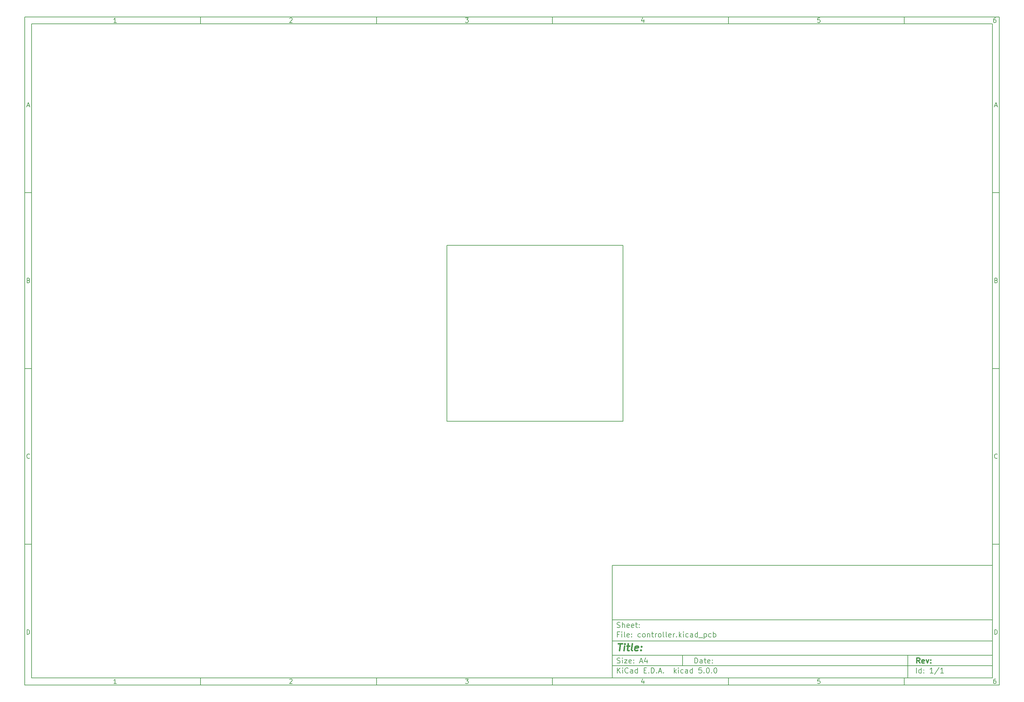
<source format=gm1>
G04 #@! TF.GenerationSoftware,KiCad,Pcbnew,5.0.0*
G04 #@! TF.CreationDate,2018-10-21T13:39:11+10:00*
G04 #@! TF.ProjectId,controller,636F6E74726F6C6C65722E6B69636164,rev?*
G04 #@! TF.SameCoordinates,Original*
G04 #@! TF.FileFunction,Profile,NP*
%FSLAX46Y46*%
G04 Gerber Fmt 4.6, Leading zero omitted, Abs format (unit mm)*
G04 Created by KiCad (PCBNEW 5.0.0) date Sun Oct 21 13:39:11 2018*
%MOMM*%
%LPD*%
G01*
G04 APERTURE LIST*
%ADD10C,0.100000*%
%ADD11C,0.150000*%
%ADD12C,0.300000*%
%ADD13C,0.400000*%
G04 APERTURE END LIST*
D10*
D11*
X177002200Y-166007200D02*
X177002200Y-198007200D01*
X285002200Y-198007200D01*
X285002200Y-166007200D01*
X177002200Y-166007200D01*
D10*
D11*
X10000000Y-10000000D02*
X10000000Y-200007200D01*
X287002200Y-200007200D01*
X287002200Y-10000000D01*
X10000000Y-10000000D01*
D10*
D11*
X12000000Y-12000000D02*
X12000000Y-198007200D01*
X285002200Y-198007200D01*
X285002200Y-12000000D01*
X12000000Y-12000000D01*
D10*
D11*
X60000000Y-12000000D02*
X60000000Y-10000000D01*
D10*
D11*
X110000000Y-12000000D02*
X110000000Y-10000000D01*
D10*
D11*
X160000000Y-12000000D02*
X160000000Y-10000000D01*
D10*
D11*
X210000000Y-12000000D02*
X210000000Y-10000000D01*
D10*
D11*
X260000000Y-12000000D02*
X260000000Y-10000000D01*
D10*
D11*
X36065476Y-11588095D02*
X35322619Y-11588095D01*
X35694047Y-11588095D02*
X35694047Y-10288095D01*
X35570238Y-10473809D01*
X35446428Y-10597619D01*
X35322619Y-10659523D01*
D10*
D11*
X85322619Y-10411904D02*
X85384523Y-10350000D01*
X85508333Y-10288095D01*
X85817857Y-10288095D01*
X85941666Y-10350000D01*
X86003571Y-10411904D01*
X86065476Y-10535714D01*
X86065476Y-10659523D01*
X86003571Y-10845238D01*
X85260714Y-11588095D01*
X86065476Y-11588095D01*
D10*
D11*
X135260714Y-10288095D02*
X136065476Y-10288095D01*
X135632142Y-10783333D01*
X135817857Y-10783333D01*
X135941666Y-10845238D01*
X136003571Y-10907142D01*
X136065476Y-11030952D01*
X136065476Y-11340476D01*
X136003571Y-11464285D01*
X135941666Y-11526190D01*
X135817857Y-11588095D01*
X135446428Y-11588095D01*
X135322619Y-11526190D01*
X135260714Y-11464285D01*
D10*
D11*
X185941666Y-10721428D02*
X185941666Y-11588095D01*
X185632142Y-10226190D02*
X185322619Y-11154761D01*
X186127380Y-11154761D01*
D10*
D11*
X236003571Y-10288095D02*
X235384523Y-10288095D01*
X235322619Y-10907142D01*
X235384523Y-10845238D01*
X235508333Y-10783333D01*
X235817857Y-10783333D01*
X235941666Y-10845238D01*
X236003571Y-10907142D01*
X236065476Y-11030952D01*
X236065476Y-11340476D01*
X236003571Y-11464285D01*
X235941666Y-11526190D01*
X235817857Y-11588095D01*
X235508333Y-11588095D01*
X235384523Y-11526190D01*
X235322619Y-11464285D01*
D10*
D11*
X285941666Y-10288095D02*
X285694047Y-10288095D01*
X285570238Y-10350000D01*
X285508333Y-10411904D01*
X285384523Y-10597619D01*
X285322619Y-10845238D01*
X285322619Y-11340476D01*
X285384523Y-11464285D01*
X285446428Y-11526190D01*
X285570238Y-11588095D01*
X285817857Y-11588095D01*
X285941666Y-11526190D01*
X286003571Y-11464285D01*
X286065476Y-11340476D01*
X286065476Y-11030952D01*
X286003571Y-10907142D01*
X285941666Y-10845238D01*
X285817857Y-10783333D01*
X285570238Y-10783333D01*
X285446428Y-10845238D01*
X285384523Y-10907142D01*
X285322619Y-11030952D01*
D10*
D11*
X60000000Y-198007200D02*
X60000000Y-200007200D01*
D10*
D11*
X110000000Y-198007200D02*
X110000000Y-200007200D01*
D10*
D11*
X160000000Y-198007200D02*
X160000000Y-200007200D01*
D10*
D11*
X210000000Y-198007200D02*
X210000000Y-200007200D01*
D10*
D11*
X260000000Y-198007200D02*
X260000000Y-200007200D01*
D10*
D11*
X36065476Y-199595295D02*
X35322619Y-199595295D01*
X35694047Y-199595295D02*
X35694047Y-198295295D01*
X35570238Y-198481009D01*
X35446428Y-198604819D01*
X35322619Y-198666723D01*
D10*
D11*
X85322619Y-198419104D02*
X85384523Y-198357200D01*
X85508333Y-198295295D01*
X85817857Y-198295295D01*
X85941666Y-198357200D01*
X86003571Y-198419104D01*
X86065476Y-198542914D01*
X86065476Y-198666723D01*
X86003571Y-198852438D01*
X85260714Y-199595295D01*
X86065476Y-199595295D01*
D10*
D11*
X135260714Y-198295295D02*
X136065476Y-198295295D01*
X135632142Y-198790533D01*
X135817857Y-198790533D01*
X135941666Y-198852438D01*
X136003571Y-198914342D01*
X136065476Y-199038152D01*
X136065476Y-199347676D01*
X136003571Y-199471485D01*
X135941666Y-199533390D01*
X135817857Y-199595295D01*
X135446428Y-199595295D01*
X135322619Y-199533390D01*
X135260714Y-199471485D01*
D10*
D11*
X185941666Y-198728628D02*
X185941666Y-199595295D01*
X185632142Y-198233390D02*
X185322619Y-199161961D01*
X186127380Y-199161961D01*
D10*
D11*
X236003571Y-198295295D02*
X235384523Y-198295295D01*
X235322619Y-198914342D01*
X235384523Y-198852438D01*
X235508333Y-198790533D01*
X235817857Y-198790533D01*
X235941666Y-198852438D01*
X236003571Y-198914342D01*
X236065476Y-199038152D01*
X236065476Y-199347676D01*
X236003571Y-199471485D01*
X235941666Y-199533390D01*
X235817857Y-199595295D01*
X235508333Y-199595295D01*
X235384523Y-199533390D01*
X235322619Y-199471485D01*
D10*
D11*
X285941666Y-198295295D02*
X285694047Y-198295295D01*
X285570238Y-198357200D01*
X285508333Y-198419104D01*
X285384523Y-198604819D01*
X285322619Y-198852438D01*
X285322619Y-199347676D01*
X285384523Y-199471485D01*
X285446428Y-199533390D01*
X285570238Y-199595295D01*
X285817857Y-199595295D01*
X285941666Y-199533390D01*
X286003571Y-199471485D01*
X286065476Y-199347676D01*
X286065476Y-199038152D01*
X286003571Y-198914342D01*
X285941666Y-198852438D01*
X285817857Y-198790533D01*
X285570238Y-198790533D01*
X285446428Y-198852438D01*
X285384523Y-198914342D01*
X285322619Y-199038152D01*
D10*
D11*
X10000000Y-60000000D02*
X12000000Y-60000000D01*
D10*
D11*
X10000000Y-110000000D02*
X12000000Y-110000000D01*
D10*
D11*
X10000000Y-160000000D02*
X12000000Y-160000000D01*
D10*
D11*
X10690476Y-35216666D02*
X11309523Y-35216666D01*
X10566666Y-35588095D02*
X11000000Y-34288095D01*
X11433333Y-35588095D01*
D10*
D11*
X11092857Y-84907142D02*
X11278571Y-84969047D01*
X11340476Y-85030952D01*
X11402380Y-85154761D01*
X11402380Y-85340476D01*
X11340476Y-85464285D01*
X11278571Y-85526190D01*
X11154761Y-85588095D01*
X10659523Y-85588095D01*
X10659523Y-84288095D01*
X11092857Y-84288095D01*
X11216666Y-84350000D01*
X11278571Y-84411904D01*
X11340476Y-84535714D01*
X11340476Y-84659523D01*
X11278571Y-84783333D01*
X11216666Y-84845238D01*
X11092857Y-84907142D01*
X10659523Y-84907142D01*
D10*
D11*
X11402380Y-135464285D02*
X11340476Y-135526190D01*
X11154761Y-135588095D01*
X11030952Y-135588095D01*
X10845238Y-135526190D01*
X10721428Y-135402380D01*
X10659523Y-135278571D01*
X10597619Y-135030952D01*
X10597619Y-134845238D01*
X10659523Y-134597619D01*
X10721428Y-134473809D01*
X10845238Y-134350000D01*
X11030952Y-134288095D01*
X11154761Y-134288095D01*
X11340476Y-134350000D01*
X11402380Y-134411904D01*
D10*
D11*
X10659523Y-185588095D02*
X10659523Y-184288095D01*
X10969047Y-184288095D01*
X11154761Y-184350000D01*
X11278571Y-184473809D01*
X11340476Y-184597619D01*
X11402380Y-184845238D01*
X11402380Y-185030952D01*
X11340476Y-185278571D01*
X11278571Y-185402380D01*
X11154761Y-185526190D01*
X10969047Y-185588095D01*
X10659523Y-185588095D01*
D10*
D11*
X287002200Y-60000000D02*
X285002200Y-60000000D01*
D10*
D11*
X287002200Y-110000000D02*
X285002200Y-110000000D01*
D10*
D11*
X287002200Y-160000000D02*
X285002200Y-160000000D01*
D10*
D11*
X285692676Y-35216666D02*
X286311723Y-35216666D01*
X285568866Y-35588095D02*
X286002200Y-34288095D01*
X286435533Y-35588095D01*
D10*
D11*
X286095057Y-84907142D02*
X286280771Y-84969047D01*
X286342676Y-85030952D01*
X286404580Y-85154761D01*
X286404580Y-85340476D01*
X286342676Y-85464285D01*
X286280771Y-85526190D01*
X286156961Y-85588095D01*
X285661723Y-85588095D01*
X285661723Y-84288095D01*
X286095057Y-84288095D01*
X286218866Y-84350000D01*
X286280771Y-84411904D01*
X286342676Y-84535714D01*
X286342676Y-84659523D01*
X286280771Y-84783333D01*
X286218866Y-84845238D01*
X286095057Y-84907142D01*
X285661723Y-84907142D01*
D10*
D11*
X286404580Y-135464285D02*
X286342676Y-135526190D01*
X286156961Y-135588095D01*
X286033152Y-135588095D01*
X285847438Y-135526190D01*
X285723628Y-135402380D01*
X285661723Y-135278571D01*
X285599819Y-135030952D01*
X285599819Y-134845238D01*
X285661723Y-134597619D01*
X285723628Y-134473809D01*
X285847438Y-134350000D01*
X286033152Y-134288095D01*
X286156961Y-134288095D01*
X286342676Y-134350000D01*
X286404580Y-134411904D01*
D10*
D11*
X285661723Y-185588095D02*
X285661723Y-184288095D01*
X285971247Y-184288095D01*
X286156961Y-184350000D01*
X286280771Y-184473809D01*
X286342676Y-184597619D01*
X286404580Y-184845238D01*
X286404580Y-185030952D01*
X286342676Y-185278571D01*
X286280771Y-185402380D01*
X286156961Y-185526190D01*
X285971247Y-185588095D01*
X285661723Y-185588095D01*
D10*
D11*
X200434342Y-193785771D02*
X200434342Y-192285771D01*
X200791485Y-192285771D01*
X201005771Y-192357200D01*
X201148628Y-192500057D01*
X201220057Y-192642914D01*
X201291485Y-192928628D01*
X201291485Y-193142914D01*
X201220057Y-193428628D01*
X201148628Y-193571485D01*
X201005771Y-193714342D01*
X200791485Y-193785771D01*
X200434342Y-193785771D01*
X202577200Y-193785771D02*
X202577200Y-193000057D01*
X202505771Y-192857200D01*
X202362914Y-192785771D01*
X202077200Y-192785771D01*
X201934342Y-192857200D01*
X202577200Y-193714342D02*
X202434342Y-193785771D01*
X202077200Y-193785771D01*
X201934342Y-193714342D01*
X201862914Y-193571485D01*
X201862914Y-193428628D01*
X201934342Y-193285771D01*
X202077200Y-193214342D01*
X202434342Y-193214342D01*
X202577200Y-193142914D01*
X203077200Y-192785771D02*
X203648628Y-192785771D01*
X203291485Y-192285771D02*
X203291485Y-193571485D01*
X203362914Y-193714342D01*
X203505771Y-193785771D01*
X203648628Y-193785771D01*
X204720057Y-193714342D02*
X204577200Y-193785771D01*
X204291485Y-193785771D01*
X204148628Y-193714342D01*
X204077200Y-193571485D01*
X204077200Y-193000057D01*
X204148628Y-192857200D01*
X204291485Y-192785771D01*
X204577200Y-192785771D01*
X204720057Y-192857200D01*
X204791485Y-193000057D01*
X204791485Y-193142914D01*
X204077200Y-193285771D01*
X205434342Y-193642914D02*
X205505771Y-193714342D01*
X205434342Y-193785771D01*
X205362914Y-193714342D01*
X205434342Y-193642914D01*
X205434342Y-193785771D01*
X205434342Y-192857200D02*
X205505771Y-192928628D01*
X205434342Y-193000057D01*
X205362914Y-192928628D01*
X205434342Y-192857200D01*
X205434342Y-193000057D01*
D10*
D11*
X177002200Y-194507200D02*
X285002200Y-194507200D01*
D10*
D11*
X178434342Y-196585771D02*
X178434342Y-195085771D01*
X179291485Y-196585771D02*
X178648628Y-195728628D01*
X179291485Y-195085771D02*
X178434342Y-195942914D01*
X179934342Y-196585771D02*
X179934342Y-195585771D01*
X179934342Y-195085771D02*
X179862914Y-195157200D01*
X179934342Y-195228628D01*
X180005771Y-195157200D01*
X179934342Y-195085771D01*
X179934342Y-195228628D01*
X181505771Y-196442914D02*
X181434342Y-196514342D01*
X181220057Y-196585771D01*
X181077200Y-196585771D01*
X180862914Y-196514342D01*
X180720057Y-196371485D01*
X180648628Y-196228628D01*
X180577200Y-195942914D01*
X180577200Y-195728628D01*
X180648628Y-195442914D01*
X180720057Y-195300057D01*
X180862914Y-195157200D01*
X181077200Y-195085771D01*
X181220057Y-195085771D01*
X181434342Y-195157200D01*
X181505771Y-195228628D01*
X182791485Y-196585771D02*
X182791485Y-195800057D01*
X182720057Y-195657200D01*
X182577200Y-195585771D01*
X182291485Y-195585771D01*
X182148628Y-195657200D01*
X182791485Y-196514342D02*
X182648628Y-196585771D01*
X182291485Y-196585771D01*
X182148628Y-196514342D01*
X182077200Y-196371485D01*
X182077200Y-196228628D01*
X182148628Y-196085771D01*
X182291485Y-196014342D01*
X182648628Y-196014342D01*
X182791485Y-195942914D01*
X184148628Y-196585771D02*
X184148628Y-195085771D01*
X184148628Y-196514342D02*
X184005771Y-196585771D01*
X183720057Y-196585771D01*
X183577200Y-196514342D01*
X183505771Y-196442914D01*
X183434342Y-196300057D01*
X183434342Y-195871485D01*
X183505771Y-195728628D01*
X183577200Y-195657200D01*
X183720057Y-195585771D01*
X184005771Y-195585771D01*
X184148628Y-195657200D01*
X186005771Y-195800057D02*
X186505771Y-195800057D01*
X186720057Y-196585771D02*
X186005771Y-196585771D01*
X186005771Y-195085771D01*
X186720057Y-195085771D01*
X187362914Y-196442914D02*
X187434342Y-196514342D01*
X187362914Y-196585771D01*
X187291485Y-196514342D01*
X187362914Y-196442914D01*
X187362914Y-196585771D01*
X188077200Y-196585771D02*
X188077200Y-195085771D01*
X188434342Y-195085771D01*
X188648628Y-195157200D01*
X188791485Y-195300057D01*
X188862914Y-195442914D01*
X188934342Y-195728628D01*
X188934342Y-195942914D01*
X188862914Y-196228628D01*
X188791485Y-196371485D01*
X188648628Y-196514342D01*
X188434342Y-196585771D01*
X188077200Y-196585771D01*
X189577200Y-196442914D02*
X189648628Y-196514342D01*
X189577200Y-196585771D01*
X189505771Y-196514342D01*
X189577200Y-196442914D01*
X189577200Y-196585771D01*
X190220057Y-196157200D02*
X190934342Y-196157200D01*
X190077200Y-196585771D02*
X190577200Y-195085771D01*
X191077200Y-196585771D01*
X191577200Y-196442914D02*
X191648628Y-196514342D01*
X191577200Y-196585771D01*
X191505771Y-196514342D01*
X191577200Y-196442914D01*
X191577200Y-196585771D01*
X194577200Y-196585771D02*
X194577200Y-195085771D01*
X194720057Y-196014342D02*
X195148628Y-196585771D01*
X195148628Y-195585771D02*
X194577200Y-196157200D01*
X195791485Y-196585771D02*
X195791485Y-195585771D01*
X195791485Y-195085771D02*
X195720057Y-195157200D01*
X195791485Y-195228628D01*
X195862914Y-195157200D01*
X195791485Y-195085771D01*
X195791485Y-195228628D01*
X197148628Y-196514342D02*
X197005771Y-196585771D01*
X196720057Y-196585771D01*
X196577200Y-196514342D01*
X196505771Y-196442914D01*
X196434342Y-196300057D01*
X196434342Y-195871485D01*
X196505771Y-195728628D01*
X196577200Y-195657200D01*
X196720057Y-195585771D01*
X197005771Y-195585771D01*
X197148628Y-195657200D01*
X198434342Y-196585771D02*
X198434342Y-195800057D01*
X198362914Y-195657200D01*
X198220057Y-195585771D01*
X197934342Y-195585771D01*
X197791485Y-195657200D01*
X198434342Y-196514342D02*
X198291485Y-196585771D01*
X197934342Y-196585771D01*
X197791485Y-196514342D01*
X197720057Y-196371485D01*
X197720057Y-196228628D01*
X197791485Y-196085771D01*
X197934342Y-196014342D01*
X198291485Y-196014342D01*
X198434342Y-195942914D01*
X199791485Y-196585771D02*
X199791485Y-195085771D01*
X199791485Y-196514342D02*
X199648628Y-196585771D01*
X199362914Y-196585771D01*
X199220057Y-196514342D01*
X199148628Y-196442914D01*
X199077200Y-196300057D01*
X199077200Y-195871485D01*
X199148628Y-195728628D01*
X199220057Y-195657200D01*
X199362914Y-195585771D01*
X199648628Y-195585771D01*
X199791485Y-195657200D01*
X202362914Y-195085771D02*
X201648628Y-195085771D01*
X201577200Y-195800057D01*
X201648628Y-195728628D01*
X201791485Y-195657200D01*
X202148628Y-195657200D01*
X202291485Y-195728628D01*
X202362914Y-195800057D01*
X202434342Y-195942914D01*
X202434342Y-196300057D01*
X202362914Y-196442914D01*
X202291485Y-196514342D01*
X202148628Y-196585771D01*
X201791485Y-196585771D01*
X201648628Y-196514342D01*
X201577200Y-196442914D01*
X203077200Y-196442914D02*
X203148628Y-196514342D01*
X203077200Y-196585771D01*
X203005771Y-196514342D01*
X203077200Y-196442914D01*
X203077200Y-196585771D01*
X204077200Y-195085771D02*
X204220057Y-195085771D01*
X204362914Y-195157200D01*
X204434342Y-195228628D01*
X204505771Y-195371485D01*
X204577200Y-195657200D01*
X204577200Y-196014342D01*
X204505771Y-196300057D01*
X204434342Y-196442914D01*
X204362914Y-196514342D01*
X204220057Y-196585771D01*
X204077200Y-196585771D01*
X203934342Y-196514342D01*
X203862914Y-196442914D01*
X203791485Y-196300057D01*
X203720057Y-196014342D01*
X203720057Y-195657200D01*
X203791485Y-195371485D01*
X203862914Y-195228628D01*
X203934342Y-195157200D01*
X204077200Y-195085771D01*
X205220057Y-196442914D02*
X205291485Y-196514342D01*
X205220057Y-196585771D01*
X205148628Y-196514342D01*
X205220057Y-196442914D01*
X205220057Y-196585771D01*
X206220057Y-195085771D02*
X206362914Y-195085771D01*
X206505771Y-195157200D01*
X206577200Y-195228628D01*
X206648628Y-195371485D01*
X206720057Y-195657200D01*
X206720057Y-196014342D01*
X206648628Y-196300057D01*
X206577200Y-196442914D01*
X206505771Y-196514342D01*
X206362914Y-196585771D01*
X206220057Y-196585771D01*
X206077200Y-196514342D01*
X206005771Y-196442914D01*
X205934342Y-196300057D01*
X205862914Y-196014342D01*
X205862914Y-195657200D01*
X205934342Y-195371485D01*
X206005771Y-195228628D01*
X206077200Y-195157200D01*
X206220057Y-195085771D01*
D10*
D11*
X177002200Y-191507200D02*
X285002200Y-191507200D01*
D10*
D12*
X264411485Y-193785771D02*
X263911485Y-193071485D01*
X263554342Y-193785771D02*
X263554342Y-192285771D01*
X264125771Y-192285771D01*
X264268628Y-192357200D01*
X264340057Y-192428628D01*
X264411485Y-192571485D01*
X264411485Y-192785771D01*
X264340057Y-192928628D01*
X264268628Y-193000057D01*
X264125771Y-193071485D01*
X263554342Y-193071485D01*
X265625771Y-193714342D02*
X265482914Y-193785771D01*
X265197200Y-193785771D01*
X265054342Y-193714342D01*
X264982914Y-193571485D01*
X264982914Y-193000057D01*
X265054342Y-192857200D01*
X265197200Y-192785771D01*
X265482914Y-192785771D01*
X265625771Y-192857200D01*
X265697200Y-193000057D01*
X265697200Y-193142914D01*
X264982914Y-193285771D01*
X266197200Y-192785771D02*
X266554342Y-193785771D01*
X266911485Y-192785771D01*
X267482914Y-193642914D02*
X267554342Y-193714342D01*
X267482914Y-193785771D01*
X267411485Y-193714342D01*
X267482914Y-193642914D01*
X267482914Y-193785771D01*
X267482914Y-192857200D02*
X267554342Y-192928628D01*
X267482914Y-193000057D01*
X267411485Y-192928628D01*
X267482914Y-192857200D01*
X267482914Y-193000057D01*
D10*
D11*
X178362914Y-193714342D02*
X178577200Y-193785771D01*
X178934342Y-193785771D01*
X179077200Y-193714342D01*
X179148628Y-193642914D01*
X179220057Y-193500057D01*
X179220057Y-193357200D01*
X179148628Y-193214342D01*
X179077200Y-193142914D01*
X178934342Y-193071485D01*
X178648628Y-193000057D01*
X178505771Y-192928628D01*
X178434342Y-192857200D01*
X178362914Y-192714342D01*
X178362914Y-192571485D01*
X178434342Y-192428628D01*
X178505771Y-192357200D01*
X178648628Y-192285771D01*
X179005771Y-192285771D01*
X179220057Y-192357200D01*
X179862914Y-193785771D02*
X179862914Y-192785771D01*
X179862914Y-192285771D02*
X179791485Y-192357200D01*
X179862914Y-192428628D01*
X179934342Y-192357200D01*
X179862914Y-192285771D01*
X179862914Y-192428628D01*
X180434342Y-192785771D02*
X181220057Y-192785771D01*
X180434342Y-193785771D01*
X181220057Y-193785771D01*
X182362914Y-193714342D02*
X182220057Y-193785771D01*
X181934342Y-193785771D01*
X181791485Y-193714342D01*
X181720057Y-193571485D01*
X181720057Y-193000057D01*
X181791485Y-192857200D01*
X181934342Y-192785771D01*
X182220057Y-192785771D01*
X182362914Y-192857200D01*
X182434342Y-193000057D01*
X182434342Y-193142914D01*
X181720057Y-193285771D01*
X183077200Y-193642914D02*
X183148628Y-193714342D01*
X183077200Y-193785771D01*
X183005771Y-193714342D01*
X183077200Y-193642914D01*
X183077200Y-193785771D01*
X183077200Y-192857200D02*
X183148628Y-192928628D01*
X183077200Y-193000057D01*
X183005771Y-192928628D01*
X183077200Y-192857200D01*
X183077200Y-193000057D01*
X184862914Y-193357200D02*
X185577200Y-193357200D01*
X184720057Y-193785771D02*
X185220057Y-192285771D01*
X185720057Y-193785771D01*
X186862914Y-192785771D02*
X186862914Y-193785771D01*
X186505771Y-192214342D02*
X186148628Y-193285771D01*
X187077200Y-193285771D01*
D10*
D11*
X263434342Y-196585771D02*
X263434342Y-195085771D01*
X264791485Y-196585771D02*
X264791485Y-195085771D01*
X264791485Y-196514342D02*
X264648628Y-196585771D01*
X264362914Y-196585771D01*
X264220057Y-196514342D01*
X264148628Y-196442914D01*
X264077200Y-196300057D01*
X264077200Y-195871485D01*
X264148628Y-195728628D01*
X264220057Y-195657200D01*
X264362914Y-195585771D01*
X264648628Y-195585771D01*
X264791485Y-195657200D01*
X265505771Y-196442914D02*
X265577200Y-196514342D01*
X265505771Y-196585771D01*
X265434342Y-196514342D01*
X265505771Y-196442914D01*
X265505771Y-196585771D01*
X265505771Y-195657200D02*
X265577200Y-195728628D01*
X265505771Y-195800057D01*
X265434342Y-195728628D01*
X265505771Y-195657200D01*
X265505771Y-195800057D01*
X268148628Y-196585771D02*
X267291485Y-196585771D01*
X267720057Y-196585771D02*
X267720057Y-195085771D01*
X267577200Y-195300057D01*
X267434342Y-195442914D01*
X267291485Y-195514342D01*
X269862914Y-195014342D02*
X268577200Y-196942914D01*
X271148628Y-196585771D02*
X270291485Y-196585771D01*
X270720057Y-196585771D02*
X270720057Y-195085771D01*
X270577200Y-195300057D01*
X270434342Y-195442914D01*
X270291485Y-195514342D01*
D10*
D11*
X177002200Y-187507200D02*
X285002200Y-187507200D01*
D10*
D13*
X178714580Y-188211961D02*
X179857438Y-188211961D01*
X179036009Y-190211961D02*
X179286009Y-188211961D01*
X180274104Y-190211961D02*
X180440771Y-188878628D01*
X180524104Y-188211961D02*
X180416961Y-188307200D01*
X180500295Y-188402438D01*
X180607438Y-188307200D01*
X180524104Y-188211961D01*
X180500295Y-188402438D01*
X181107438Y-188878628D02*
X181869342Y-188878628D01*
X181476485Y-188211961D02*
X181262200Y-189926247D01*
X181333628Y-190116723D01*
X181512200Y-190211961D01*
X181702676Y-190211961D01*
X182655057Y-190211961D02*
X182476485Y-190116723D01*
X182405057Y-189926247D01*
X182619342Y-188211961D01*
X184190771Y-190116723D02*
X183988390Y-190211961D01*
X183607438Y-190211961D01*
X183428866Y-190116723D01*
X183357438Y-189926247D01*
X183452676Y-189164342D01*
X183571723Y-188973866D01*
X183774104Y-188878628D01*
X184155057Y-188878628D01*
X184333628Y-188973866D01*
X184405057Y-189164342D01*
X184381247Y-189354819D01*
X183405057Y-189545295D01*
X185155057Y-190021485D02*
X185238390Y-190116723D01*
X185131247Y-190211961D01*
X185047914Y-190116723D01*
X185155057Y-190021485D01*
X185131247Y-190211961D01*
X185286009Y-188973866D02*
X185369342Y-189069104D01*
X185262200Y-189164342D01*
X185178866Y-189069104D01*
X185286009Y-188973866D01*
X185262200Y-189164342D01*
D10*
D11*
X178934342Y-185600057D02*
X178434342Y-185600057D01*
X178434342Y-186385771D02*
X178434342Y-184885771D01*
X179148628Y-184885771D01*
X179720057Y-186385771D02*
X179720057Y-185385771D01*
X179720057Y-184885771D02*
X179648628Y-184957200D01*
X179720057Y-185028628D01*
X179791485Y-184957200D01*
X179720057Y-184885771D01*
X179720057Y-185028628D01*
X180648628Y-186385771D02*
X180505771Y-186314342D01*
X180434342Y-186171485D01*
X180434342Y-184885771D01*
X181791485Y-186314342D02*
X181648628Y-186385771D01*
X181362914Y-186385771D01*
X181220057Y-186314342D01*
X181148628Y-186171485D01*
X181148628Y-185600057D01*
X181220057Y-185457200D01*
X181362914Y-185385771D01*
X181648628Y-185385771D01*
X181791485Y-185457200D01*
X181862914Y-185600057D01*
X181862914Y-185742914D01*
X181148628Y-185885771D01*
X182505771Y-186242914D02*
X182577200Y-186314342D01*
X182505771Y-186385771D01*
X182434342Y-186314342D01*
X182505771Y-186242914D01*
X182505771Y-186385771D01*
X182505771Y-185457200D02*
X182577200Y-185528628D01*
X182505771Y-185600057D01*
X182434342Y-185528628D01*
X182505771Y-185457200D01*
X182505771Y-185600057D01*
X185005771Y-186314342D02*
X184862914Y-186385771D01*
X184577200Y-186385771D01*
X184434342Y-186314342D01*
X184362914Y-186242914D01*
X184291485Y-186100057D01*
X184291485Y-185671485D01*
X184362914Y-185528628D01*
X184434342Y-185457200D01*
X184577200Y-185385771D01*
X184862914Y-185385771D01*
X185005771Y-185457200D01*
X185862914Y-186385771D02*
X185720057Y-186314342D01*
X185648628Y-186242914D01*
X185577200Y-186100057D01*
X185577200Y-185671485D01*
X185648628Y-185528628D01*
X185720057Y-185457200D01*
X185862914Y-185385771D01*
X186077200Y-185385771D01*
X186220057Y-185457200D01*
X186291485Y-185528628D01*
X186362914Y-185671485D01*
X186362914Y-186100057D01*
X186291485Y-186242914D01*
X186220057Y-186314342D01*
X186077200Y-186385771D01*
X185862914Y-186385771D01*
X187005771Y-185385771D02*
X187005771Y-186385771D01*
X187005771Y-185528628D02*
X187077200Y-185457200D01*
X187220057Y-185385771D01*
X187434342Y-185385771D01*
X187577200Y-185457200D01*
X187648628Y-185600057D01*
X187648628Y-186385771D01*
X188148628Y-185385771D02*
X188720057Y-185385771D01*
X188362914Y-184885771D02*
X188362914Y-186171485D01*
X188434342Y-186314342D01*
X188577200Y-186385771D01*
X188720057Y-186385771D01*
X189220057Y-186385771D02*
X189220057Y-185385771D01*
X189220057Y-185671485D02*
X189291485Y-185528628D01*
X189362914Y-185457200D01*
X189505771Y-185385771D01*
X189648628Y-185385771D01*
X190362914Y-186385771D02*
X190220057Y-186314342D01*
X190148628Y-186242914D01*
X190077200Y-186100057D01*
X190077200Y-185671485D01*
X190148628Y-185528628D01*
X190220057Y-185457200D01*
X190362914Y-185385771D01*
X190577200Y-185385771D01*
X190720057Y-185457200D01*
X190791485Y-185528628D01*
X190862914Y-185671485D01*
X190862914Y-186100057D01*
X190791485Y-186242914D01*
X190720057Y-186314342D01*
X190577200Y-186385771D01*
X190362914Y-186385771D01*
X191720057Y-186385771D02*
X191577200Y-186314342D01*
X191505771Y-186171485D01*
X191505771Y-184885771D01*
X192505771Y-186385771D02*
X192362914Y-186314342D01*
X192291485Y-186171485D01*
X192291485Y-184885771D01*
X193648628Y-186314342D02*
X193505771Y-186385771D01*
X193220057Y-186385771D01*
X193077200Y-186314342D01*
X193005771Y-186171485D01*
X193005771Y-185600057D01*
X193077200Y-185457200D01*
X193220057Y-185385771D01*
X193505771Y-185385771D01*
X193648628Y-185457200D01*
X193720057Y-185600057D01*
X193720057Y-185742914D01*
X193005771Y-185885771D01*
X194362914Y-186385771D02*
X194362914Y-185385771D01*
X194362914Y-185671485D02*
X194434342Y-185528628D01*
X194505771Y-185457200D01*
X194648628Y-185385771D01*
X194791485Y-185385771D01*
X195291485Y-186242914D02*
X195362914Y-186314342D01*
X195291485Y-186385771D01*
X195220057Y-186314342D01*
X195291485Y-186242914D01*
X195291485Y-186385771D01*
X196005771Y-186385771D02*
X196005771Y-184885771D01*
X196148628Y-185814342D02*
X196577200Y-186385771D01*
X196577200Y-185385771D02*
X196005771Y-185957200D01*
X197220057Y-186385771D02*
X197220057Y-185385771D01*
X197220057Y-184885771D02*
X197148628Y-184957200D01*
X197220057Y-185028628D01*
X197291485Y-184957200D01*
X197220057Y-184885771D01*
X197220057Y-185028628D01*
X198577200Y-186314342D02*
X198434342Y-186385771D01*
X198148628Y-186385771D01*
X198005771Y-186314342D01*
X197934342Y-186242914D01*
X197862914Y-186100057D01*
X197862914Y-185671485D01*
X197934342Y-185528628D01*
X198005771Y-185457200D01*
X198148628Y-185385771D01*
X198434342Y-185385771D01*
X198577200Y-185457200D01*
X199862914Y-186385771D02*
X199862914Y-185600057D01*
X199791485Y-185457200D01*
X199648628Y-185385771D01*
X199362914Y-185385771D01*
X199220057Y-185457200D01*
X199862914Y-186314342D02*
X199720057Y-186385771D01*
X199362914Y-186385771D01*
X199220057Y-186314342D01*
X199148628Y-186171485D01*
X199148628Y-186028628D01*
X199220057Y-185885771D01*
X199362914Y-185814342D01*
X199720057Y-185814342D01*
X199862914Y-185742914D01*
X201220057Y-186385771D02*
X201220057Y-184885771D01*
X201220057Y-186314342D02*
X201077200Y-186385771D01*
X200791485Y-186385771D01*
X200648628Y-186314342D01*
X200577200Y-186242914D01*
X200505771Y-186100057D01*
X200505771Y-185671485D01*
X200577200Y-185528628D01*
X200648628Y-185457200D01*
X200791485Y-185385771D01*
X201077200Y-185385771D01*
X201220057Y-185457200D01*
X201577200Y-186528628D02*
X202720057Y-186528628D01*
X203077200Y-185385771D02*
X203077200Y-186885771D01*
X203077200Y-185457200D02*
X203220057Y-185385771D01*
X203505771Y-185385771D01*
X203648628Y-185457200D01*
X203720057Y-185528628D01*
X203791485Y-185671485D01*
X203791485Y-186100057D01*
X203720057Y-186242914D01*
X203648628Y-186314342D01*
X203505771Y-186385771D01*
X203220057Y-186385771D01*
X203077200Y-186314342D01*
X205077200Y-186314342D02*
X204934342Y-186385771D01*
X204648628Y-186385771D01*
X204505771Y-186314342D01*
X204434342Y-186242914D01*
X204362914Y-186100057D01*
X204362914Y-185671485D01*
X204434342Y-185528628D01*
X204505771Y-185457200D01*
X204648628Y-185385771D01*
X204934342Y-185385771D01*
X205077200Y-185457200D01*
X205720057Y-186385771D02*
X205720057Y-184885771D01*
X205720057Y-185457200D02*
X205862914Y-185385771D01*
X206148628Y-185385771D01*
X206291485Y-185457200D01*
X206362914Y-185528628D01*
X206434342Y-185671485D01*
X206434342Y-186100057D01*
X206362914Y-186242914D01*
X206291485Y-186314342D01*
X206148628Y-186385771D01*
X205862914Y-186385771D01*
X205720057Y-186314342D01*
D10*
D11*
X177002200Y-181507200D02*
X285002200Y-181507200D01*
D10*
D11*
X178362914Y-183614342D02*
X178577200Y-183685771D01*
X178934342Y-183685771D01*
X179077200Y-183614342D01*
X179148628Y-183542914D01*
X179220057Y-183400057D01*
X179220057Y-183257200D01*
X179148628Y-183114342D01*
X179077200Y-183042914D01*
X178934342Y-182971485D01*
X178648628Y-182900057D01*
X178505771Y-182828628D01*
X178434342Y-182757200D01*
X178362914Y-182614342D01*
X178362914Y-182471485D01*
X178434342Y-182328628D01*
X178505771Y-182257200D01*
X178648628Y-182185771D01*
X179005771Y-182185771D01*
X179220057Y-182257200D01*
X179862914Y-183685771D02*
X179862914Y-182185771D01*
X180505771Y-183685771D02*
X180505771Y-182900057D01*
X180434342Y-182757200D01*
X180291485Y-182685771D01*
X180077200Y-182685771D01*
X179934342Y-182757200D01*
X179862914Y-182828628D01*
X181791485Y-183614342D02*
X181648628Y-183685771D01*
X181362914Y-183685771D01*
X181220057Y-183614342D01*
X181148628Y-183471485D01*
X181148628Y-182900057D01*
X181220057Y-182757200D01*
X181362914Y-182685771D01*
X181648628Y-182685771D01*
X181791485Y-182757200D01*
X181862914Y-182900057D01*
X181862914Y-183042914D01*
X181148628Y-183185771D01*
X183077200Y-183614342D02*
X182934342Y-183685771D01*
X182648628Y-183685771D01*
X182505771Y-183614342D01*
X182434342Y-183471485D01*
X182434342Y-182900057D01*
X182505771Y-182757200D01*
X182648628Y-182685771D01*
X182934342Y-182685771D01*
X183077200Y-182757200D01*
X183148628Y-182900057D01*
X183148628Y-183042914D01*
X182434342Y-183185771D01*
X183577200Y-182685771D02*
X184148628Y-182685771D01*
X183791485Y-182185771D02*
X183791485Y-183471485D01*
X183862914Y-183614342D01*
X184005771Y-183685771D01*
X184148628Y-183685771D01*
X184648628Y-183542914D02*
X184720057Y-183614342D01*
X184648628Y-183685771D01*
X184577200Y-183614342D01*
X184648628Y-183542914D01*
X184648628Y-183685771D01*
X184648628Y-182757200D02*
X184720057Y-182828628D01*
X184648628Y-182900057D01*
X184577200Y-182828628D01*
X184648628Y-182757200D01*
X184648628Y-182900057D01*
D10*
D11*
X197002200Y-191507200D02*
X197002200Y-194507200D01*
D10*
D11*
X261002200Y-191507200D02*
X261002200Y-198007200D01*
X180000000Y-125000000D02*
X180000000Y-75000000D01*
X130000000Y-125000000D02*
X180000000Y-125000000D01*
X130000000Y-75000000D02*
X130000000Y-125000000D01*
X180000000Y-75000000D02*
X130000000Y-75000000D01*
M02*

</source>
